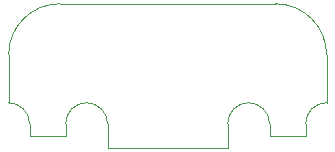
<source format=gm1>
G04*
G04 #@! TF.GenerationSoftware,Altium Limited,Altium Designer,20.2.6 (244)*
G04*
G04 Layer_Color=16711935*
%FSLAX25Y25*%
%MOIN*%
G70*
G04*
G04 #@! TF.SameCoordinates,5AE4630F-2555-4F6A-8CD4-AD4B39003086*
G04*
G04*
G04 #@! TF.FilePolarity,Positive*
G04*
G01*
G75*
%ADD11C,0.00394*%
D11*
X830400Y460700D02*
G03*
X823400Y453700I0J-7000D01*
G01*
X856400Y460700D02*
G03*
X849400Y453700I0J-7000D01*
G01*
X837400D02*
G03*
X830400Y460700I-7000J0D01*
G01*
X856400Y476700D02*
G03*
X839400Y493700I-17000J0D01*
G01*
X767400D02*
G03*
X750400Y476700I0J-17000D01*
G01*
X776400Y460700D02*
G03*
X769400Y453700I0J-7000D01*
G01*
X757400D02*
G03*
X750400Y460700I-7000J0D01*
G01*
X783400Y453700D02*
G03*
X776400Y460700I-7000J0D01*
G01*
X783400Y445700D02*
X800400D01*
X783400D02*
Y449700D01*
X823400Y445700D02*
Y449700D01*
X837400D02*
X849400D01*
X823400D02*
Y453700D01*
X849400Y449700D02*
Y453700D01*
X803400Y493700D02*
X839400D01*
X856400Y460700D02*
Y476700D01*
X837400Y449700D02*
Y453700D01*
X800400Y445700D02*
X823400D01*
X769400Y449700D02*
Y453700D01*
X750400Y460700D02*
Y476700D01*
X767400Y493700D02*
X803400D01*
X757400Y449700D02*
Y453700D01*
X783400Y449700D02*
Y453700D01*
X757400Y449700D02*
X769400D01*
M02*

</source>
